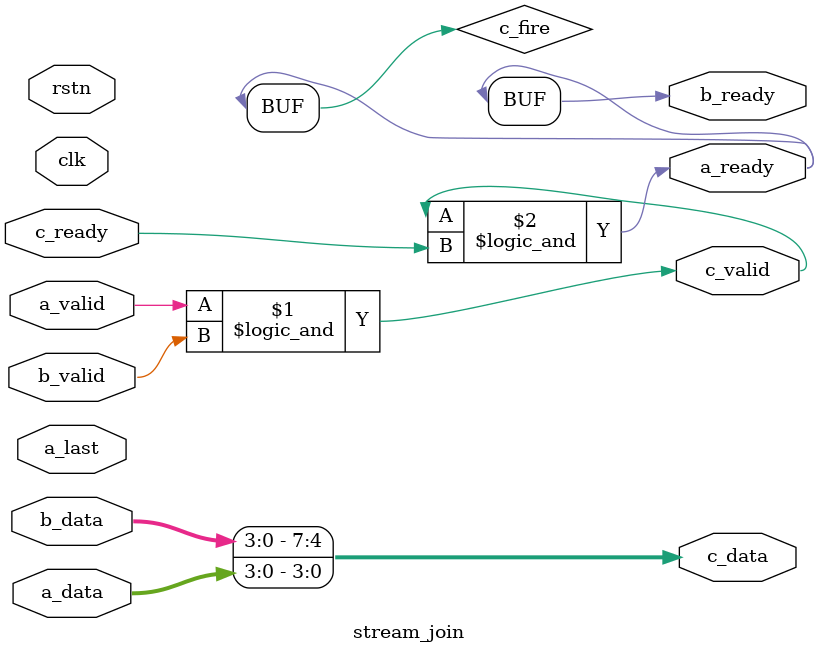
<source format=v>
module stream_join #(
    parameter DATA_WD = 4,
    parameter HAS_LAST = 1'b0
)(
    input  clk,
    input  rstn,

    input [DATA_WD-1:0]     a_data,
    input                   a_valid,
    input                   a_last,
    output                  a_ready,

    input [DATA_WD-1:0]     b_data,
    input                   b_valid,
    output                  b_ready,

    output [2*DATA_WD-1:0]  c_data,
    output                  c_valid,
    input                   c_ready
);

wire c_fire;
wire a_fire;
wire b_fire;

assign c_data = {b_data,a_data};
assign c_valid = a_valid && b_valid;
assign c_fire = c_valid && c_ready;

assign a_fire = a_valid && a_ready;
assign b_fire = b_valid  && b_ready;

generate if (HAS_LAST) begin
    assign a_ready = c_fire;
    assign b_ready = c_fire && a_last;
end else begin
    assign a_ready = c_fire;
    assign b_ready = c_fire;
end
    
endgenerate






endmodule //stream_join
</source>
